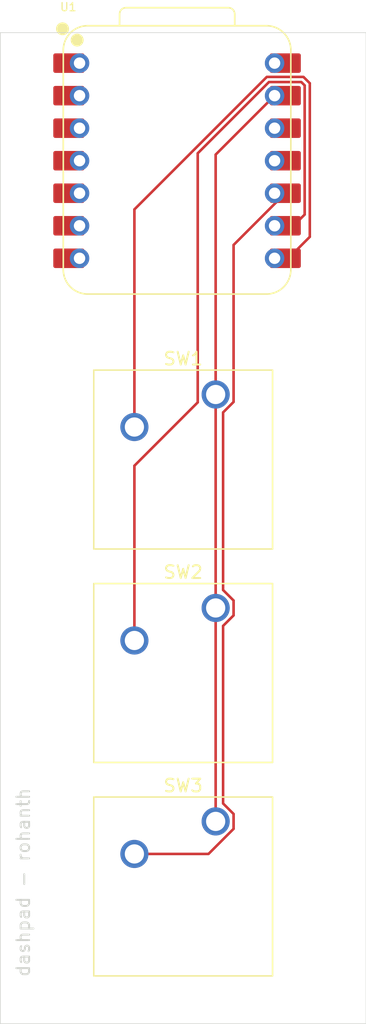
<source format=kicad_pcb>
(kicad_pcb (version 20241229) (generator "pcbnew") (generator_version "9.0")
  (layers (0 "F.Cu" signal) (2 "B.Cu" signal) (13 "F.Paste" user) (15 "B.Paste" user) (5 "F.SilkS" user "F.Silkscreen") (7 "B.SilkS" user "B.Silkscreen") (1 "F.Mask" user) (3 "B.Mask" user) (25 "Edge.Cuts" user))
  (net 0 "")
  (net 1 "GND")
  (net 2 "Net-(U1-GPIO1{slash}RX)")
  (net 3 "Net-(U1-GPIO2{slash}SCK)")
  (net 4 "Net-(U1-GPIO4{slash}MISO)")
  (net 6 "+5V")
  (footprint "Button_Switch_Keyboard:SW_Cherry_MX_1.00u_PCB" (layer "F.Cu") (at 107.315 52.07)
    (property "Reference" "SW1" (at -2.54 -2.794 0) (layer "F.SilkS"))
    (property "Value" "SW_Push")
    (fp_line (start -9.525 -1.905) (end 4.445 -1.905) (stroke (width 0.12)) (layer "F.SilkS"))
    (fp_line (start -9.525 12.065) (end -9.525 -1.905) (stroke (width 0.12)) (layer "F.SilkS"))
    (fp_line (start 4.445 -1.905) (end 4.445 12.065) (stroke (width 0.12)) (layer "F.SilkS"))
    (fp_line (start 4.445 12.065) (end -9.525 12.065) (stroke (width 0.12)) (layer "F.SilkS"))
    (pad "" np_thru_hole circle (at -7.62 5.08) (size 1.7 1.7) (drill 1.7) (layers "*.Cu" "*.Mask"))
    (pad "" np_thru_hole circle (at -2.54 5.08) (size 4 4) (drill 4) (layers "*.Cu" "*.Mask"))
    (pad "" np_thru_hole circle (at 2.54 5.08) (size 1.7 1.7) (drill 1.7) (layers "*.Cu" "*.Mask"))
    (pad "1" thru_hole circle (at 0 0) (size 2.2 2.2) (drill 1.5) (layers "*.Cu" "*.Mask") (net 1 "GND"))
    (pad "2" thru_hole circle (at -6.35 2.54) (size 2.2 2.2) (drill 1.5) (layers "*.Cu" "*.Mask") (net 2 "Net-(U1-GPIO1{slash}RX)"))
  )
  (footprint "OPL:XIAO-RP2040-DIP" (layer "F.Cu") (at 104.29875 33.81375)
    (property "Reference" "U1" (at -8.5 -12 0) (layer "F.SilkS") (effects (font (size 0.635 0.635) (thickness 0.1016))))
    (property "Value" "XIAO-RP2040-DIP")
    (fp_line (start -8.89 8.509) (end -8.89 -8.636) (stroke (width 0.127)) (layer "F.SilkS"))
    (fp_line (start -6.985 10.414) (end 6.985 10.414) (stroke (width 0.127)) (layer "F.SilkS"))
    (fp_line (start -4.495 -10.541) (end -4.491272 -11.451272) (stroke (width 0.127)) (layer "F.SilkS"))
    (fp_line (start -3.991272 -11.951) (end 4.004 -11.951) (stroke (width 0.127)) (layer "F.SilkS"))
    (fp_line (start 4.504 -11.451) (end 4.504 -10.541) (stroke (width 0.127)) (layer "F.SilkS"))
    (fp_line (start 6.985 -10.541) (end -6.985 -10.541) (stroke (width 0.1)) (layer "F.SilkS"))
    (fp_line (start 6.985 -10.541) (end -6.985 -10.541) (stroke (width 0.127)) (layer "F.SilkS"))
    (fp_line (start 8.89 8.509) (end 8.89 -8.636) (stroke (width 0.127)) (layer "F.SilkS"))
    (fp_arc (start -8.89 -8.636) (mid -8.332038 -9.983038) (end -6.985 -10.541) (stroke (width 0.127)) (layer "F.SilkS"))
    (fp_arc (start -6.985 10.414) (mid -8.332038 9.856038) (end -8.89 8.509) (stroke (width 0.127)) (layer "F.SilkS"))
    (fp_arc (start -4.491272 -11.451272) (mid -4.344728 -11.80464) (end -3.991272 -11.951) (stroke (width 0.127)) (layer "F.SilkS"))
    (fp_arc (start 4.004 -11.951) (mid 4.357553 -11.804553) (end 4.504 -11.451) (stroke (width 0.127)) (layer "F.SilkS"))
    (fp_arc (start 6.985 -10.541) (mid 8.332038 -9.983038) (end 8.89 -8.636) (stroke (width 0.127)) (layer "F.SilkS"))
    (fp_arc (start 8.89 8.509) (mid 8.332038 9.856038) (end 6.985 10.414) (stroke (width 0.127)) (layer "F.SilkS"))
    (fp_circle (center -8.95 -10.3) (end -8.95 -10.554) (stroke (width 0.5)) (fill yes) (layer "F.SilkS"))
    (fp_circle (center -7.807 -9.42) (end -7.807 -9.674) (stroke (width 0.5)) (fill yes) (layer "F.SilkS"))
    (pad "1" smd roundrect (at -8.455 -7.62 180) (size 2.432 1.524) (layers "F.Cu" "F.Mask") (roundrect_rratio 0.1))
    (pad "1" thru_hole circle (at -7.62 -7.62 180) (size 1.524 1.524) (drill 0.889) (layers "*.Cu" "*.Mask"))
    (pad "2" smd roundrect (at -8.455 -5.08 180) (size 2.432 1.524) (layers "F.Cu" "F.Mask") (roundrect_rratio 0.1))
    (pad "2" thru_hole circle (at -7.62 -5.08 180) (size 1.524 1.524) (drill 0.889) (layers "*.Cu" "*.Mask"))
    (pad "3" smd roundrect (at -8.455 -2.54 180) (size 2.432 1.524) (layers "F.Cu" "F.Mask") (roundrect_rratio 0.1))
    (pad "3" thru_hole circle (at -7.62 -2.54 180) (size 1.524 1.524) (drill 0.889) (layers "*.Cu" "*.Mask"))
    (pad "4" smd roundrect (at -8.455 0 180) (size 2.432 1.524) (layers "F.Cu" "F.Mask") (roundrect_rratio 0.1))
    (pad "4" thru_hole circle (at -7.62 0 180) (size 1.524 1.524) (drill 0.889) (layers "*.Cu" "*.Mask"))
    (pad "5" smd roundrect (at -8.455 2.54 180) (size 2.432 1.524) (layers "F.Cu" "F.Mask") (roundrect_rratio 0.1))
    (pad "5" thru_hole circle (at -7.62 2.54 180) (size 1.524 1.524) (drill 0.889) (layers "*.Cu" "*.Mask"))
    (pad "6" smd roundrect (at -8.455 5.08 180) (size 2.432 1.524) (layers "F.Cu" "F.Mask") (roundrect_rratio 0.1))
    (pad "6" thru_hole circle (at -7.62 5.08 180) (size 1.524 1.524) (drill 0.889) (layers "*.Cu" "*.Mask"))
    (pad "7" smd roundrect (at -8.455 7.62 180) (size 2.432 1.524) (layers "F.Cu" "F.Mask") (roundrect_rratio 0.1))
    (pad "7" thru_hole circle (at -7.62 7.62 180) (size 1.524 1.524) (drill 0.889) (layers "*.Cu" "*.Mask"))
    (pad "8" thru_hole circle (at 7.62 7.62) (size 1.524 1.524) (drill 0.889) (layers "*.Cu" "*.Mask") (net 2 "Net-(U1-GPIO1{slash}RX)"))
    (pad "8" smd roundrect (at 8.455 7.62) (size 2.432 1.524) (layers "F.Cu" "F.Mask") (roundrect_rratio 0.1) (net 2 "Net-(U1-GPIO1{slash}RX)"))
    (pad "9" thru_hole circle (at 7.62 5.08) (size 1.524 1.524) (drill 0.889) (layers "*.Cu" "*.Mask") (net 3 "Net-(U1-GPIO2{slash}SCK)"))
    (pad "9" smd roundrect (at 8.455 5.08) (size 2.432 1.524) (layers "F.Cu" "F.Mask") (roundrect_rratio 0.1) (net 3 "Net-(U1-GPIO2{slash}SCK)"))
    (pad "10" thru_hole circle (at 7.62 2.54) (size 1.524 1.524) (drill 0.889) (layers "*.Cu" "*.Mask") (net 4 "Net-(U1-GPIO4{slash}MISO)"))
    (pad "10" smd roundrect (at 8.455 2.54) (size 2.432 1.524) (layers "F.Cu" "F.Mask") (roundrect_rratio 0.1) (net 4 "Net-(U1-GPIO4{slash}MISO)"))
    (pad "11" thru_hole circle (at 7.62 0) (size 1.524 1.524) (drill 0.889) (layers "*.Cu" "*.Mask"))
    (pad "11" smd roundrect (at 8.455 0) (size 2.432 1.524) (layers "F.Cu" "F.Mask") (roundrect_rratio 0.1))
    (pad "12" thru_hole circle (at 7.62 -2.54) (size 1.524 1.524) (drill 0.889) (layers "*.Cu" "*.Mask"))
    (pad "12" smd roundrect (at 8.455 -2.54) (size 2.432 1.524) (layers "F.Cu" "F.Mask") (roundrect_rratio 0.1))
    (pad "13" thru_hole circle (at 7.62 -5.08) (size 1.524 1.524) (drill 0.889) (layers "*.Cu" "*.Mask") (net 1 "GND"))
    (pad "13" smd roundrect (at 8.455 -5.08) (size 2.432 1.524) (layers "F.Cu" "F.Mask") (roundrect_rratio 0.1) (net 1 "GND"))
    (pad "14" thru_hole circle (at 7.62 -7.62) (size 1.524 1.524) (drill 0.889) (layers "*.Cu" "*.Mask") (net 6 "+5V"))
    (pad "14" smd roundrect (at 8.455 -7.62) (size 2.432 1.524) (layers "F.Cu" "F.Mask") (roundrect_rratio 0.1) (net 6 "+5V"))
  )
  (footprint "Button_Switch_Keyboard:SW_Cherry_MX_1.00u_PCB" (layer "F.Cu") (at 107.315 85.4075)
    (property "Reference" "SW3" (at -2.54 -2.794 0) (layer "F.SilkS"))
    (property "Value" "SW_Push")
    (fp_line (start -9.525 -1.905) (end 4.445 -1.905) (stroke (width 0.12)) (layer "F.SilkS"))
    (fp_line (start -9.525 12.065) (end -9.525 -1.905) (stroke (width 0.12)) (layer "F.SilkS"))
    (fp_line (start 4.445 -1.905) (end 4.445 12.065) (stroke (width 0.12)) (layer "F.SilkS"))
    (fp_line (start 4.445 12.065) (end -9.525 12.065) (stroke (width 0.12)) (layer "F.SilkS"))
    (pad "" np_thru_hole circle (at -7.62 5.08) (size 1.7 1.7) (drill 1.7) (layers "*.Cu" "*.Mask"))
    (pad "" np_thru_hole circle (at -2.54 5.08) (size 4 4) (drill 4) (layers "*.Cu" "*.Mask"))
    (pad "" np_thru_hole circle (at 2.54 5.08) (size 1.7 1.7) (drill 1.7) (layers "*.Cu" "*.Mask"))
    (pad "1" thru_hole circle (at 0 0) (size 2.2 2.2) (drill 1.5) (layers "*.Cu" "*.Mask") (net 1 "GND"))
    (pad "2" thru_hole circle (at -6.35 2.54) (size 2.2 2.2) (drill 1.5) (layers "*.Cu" "*.Mask") (net 4 "Net-(U1-GPIO4{slash}MISO)"))
  )
  (footprint "Button_Switch_Keyboard:SW_Cherry_MX_1.00u_PCB" (layer "F.Cu") (at 107.315 68.73875)
    (property "Reference" "SW2" (at -2.54 -2.794 0) (layer "F.SilkS"))
    (property "Value" "SW_Push")
    (fp_line (start -9.525 -1.905) (end 4.445 -1.905) (stroke (width 0.12)) (layer "F.SilkS"))
    (fp_line (start -9.525 12.065) (end -9.525 -1.905) (stroke (width 0.12)) (layer "F.SilkS"))
    (fp_line (start 4.445 -1.905) (end 4.445 12.065) (stroke (width 0.12)) (layer "F.SilkS"))
    (fp_line (start 4.445 12.065) (end -9.525 12.065) (stroke (width 0.12)) (layer "F.SilkS"))
    (pad "" np_thru_hole circle (at -7.62 5.08) (size 1.7 1.7) (drill 1.7) (layers "*.Cu" "*.Mask"))
    (pad "" np_thru_hole circle (at -2.54 5.08) (size 4 4) (drill 4) (layers "*.Cu" "*.Mask"))
    (pad "" np_thru_hole circle (at 2.54 5.08) (size 1.7 1.7) (drill 1.7) (layers "*.Cu" "*.Mask"))
    (pad "1" thru_hole circle (at 0 0) (size 2.2 2.2) (drill 1.5) (layers "*.Cu" "*.Mask") (net 1 "GND"))
    (pad "2" thru_hole circle (at -6.35 2.54) (size 2.2 2.2) (drill 1.5) (layers "*.Cu" "*.Mask") (net 3 "Net-(U1-GPIO2{slash}SCK)"))
  )
  (gr_rect (start 90.4875 23.8125) (end 119.0625 101.203125) (stroke (width 0.05)) (fill no) (layer "Edge.Cuts"))
  (gr_text "dashpad - rohanth\n" (at 92.86875 97.63125 90) (layer "Edge.Cuts") (effects (font (size 1 1)) (justify left bottom)))
  (segment (start 107.315 33.3375) (end 111.91875 28.73375) (width 0.2) (layer "F.Cu") (net 1))
  (segment (start 107.315 52.07) (end 107.315 68.73875) (width 0.2) (layer "F.Cu") (net 1))
  (segment (start 107.315 68.73875) (end 107.315 85.4075) (width 0.2) (layer "F.Cu") (net 1))
  (segment (start 107.315 52.07) (end 107.315 33.3375) (width 0.2) (layer "F.Cu") (net 1))
  (segment (start 100.965 54.61) (end 100.965 37.61709) (width 0.2) (layer "F.Cu") (net 2))
  (segment (start 114.67175 27.766024) (end 114.67175 39.75838) (width 0.2) (layer "F.Cu") (net 2))
  (segment (start 111.31234 27.26975) (end 114.175476 27.26975) (width 0.2) (layer "F.Cu") (net 2))
  (segment (start 112.99638 41.43375) (end 111.91875 41.43375) (width 0.2) (layer "F.Cu") (net 2))
  (segment (start 114.175476 27.26975) (end 114.67175 27.766024) (width 0.2) (layer "F.Cu") (net 2))
  (segment (start 114.67175 39.75838) (end 112.99638 41.43375) (width 0.2) (layer "F.Cu") (net 2))
  (segment (start 100.965 37.61709) (end 111.31234 27.26975) (width 0.2) (layer "F.Cu") (net 2))
  (segment (start 100.965 71.27875) (end 100.965 57.635184) (width 0.2) (layer "F.Cu") (net 3))
  (segment (start 105.914 52.686184) (end 105.914 33.23519) (width 0.2) (layer "F.Cu") (net 3))
  (segment (start 114.27075 38.01875) (end 113.39575 38.89375) (width 0.2) (layer "F.Cu") (net 3))
  (segment (start 105.914 33.23519) (end 111.47844 27.67075) (width 0.2) (layer "F.Cu") (net 3))
  (segment (start 111.47844 27.67075) (end 114.009376 27.67075) (width 0.2) (layer "F.Cu") (net 3))
  (segment (start 113.39575 38.89375) (end 111.91875 38.89375) (width 0.2) (layer "F.Cu") (net 3))
  (segment (start 114.009376 27.67075) (end 114.27075 27.932124) (width 0.2) (layer "F.Cu") (net 3))
  (segment (start 100.965 57.635184) (end 105.914 52.686184) (width 0.2) (layer "F.Cu") (net 3))
  (segment (start 114.27075 27.932124) (end 114.27075 38.01875) (width 0.2) (layer "F.Cu") (net 3))
  (segment (start 106.756314 87.9475) (end 108.716 85.987814) (width 0.2) (layer "F.Cu") (net 4))
  (segment (start 108.716 84.827186) (end 107.895314 84.0065) (width 0.2) (layer "F.Cu") (net 4))
  (segment (start 107.895314 70.13975) (end 108.716 69.319064) (width 0.2) (layer "F.Cu") (net 4))
  (segment (start 108.716 68.158436) (end 107.895314 67.33775) (width 0.2) (layer "F.Cu") (net 4))
  (segment (start 107.895314 67.33775) (end 107.895314 53.471) (width 0.2) (layer "F.Cu") (net 4))
  (segment (start 107.895314 53.471) (end 108.716 52.650314) (width 0.2) (layer "F.Cu") (net 4))
  (segment (start 108.716 69.319064) (end 108.716 68.158436) (width 0.2) (layer "F.Cu") (net 4))
  (segment (start 108.716 85.987814) (end 108.716 84.827186) (width 0.2) (layer "F.Cu") (net 4))
  (segment (start 100.965 87.9475) (end 106.756314 87.9475) (width 0.2) (layer "F.Cu") (net 4))
  (segment (start 108.716 52.650314) (end 108.716 40.3915) (width 0.2) (layer "F.Cu") (net 4))
  (segment (start 108.716 40.3915) (end 112.75375 36.35375) (width 0.2) (layer "F.Cu") (net 4))
  (segment (start 107.895314 84.0065) (end 107.895314 70.13975) (width 0.2) (layer "F.Cu") (net 4))
)
</source>
